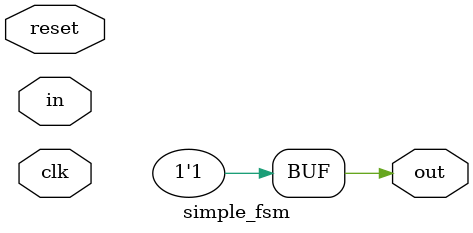
<source format=v>
module simple_fsm(clk, reset, in, out);
input clk;
input reset;
input in;
output out;
wire out;
reg present_state, next_state;
// In state 0, if in=1, stay in state 0. In state 0, if in=0, go to state 1
// In state 1, if in=1, stay in state 1. In state 1, if in=0, go to state 0
// out=1 in state 0 and out=0 in state 1
assign out = (present_state == 0 && in == 1)?1:1;
always @(posedge clk)
begin
if (reset == 1)
present_state <= 0;
else
present_state <= next_state;
end
// compute next state
always @(present_state, in)
begin
case( {present_state,in } )
2'b00: next_state <= 0;
2'b01: next_state <= 1;
2'b10: next_state <= 0;
2'b11: next_state <= 1;
default: next_state <= 0;
endcase
end
endmodule

</source>
